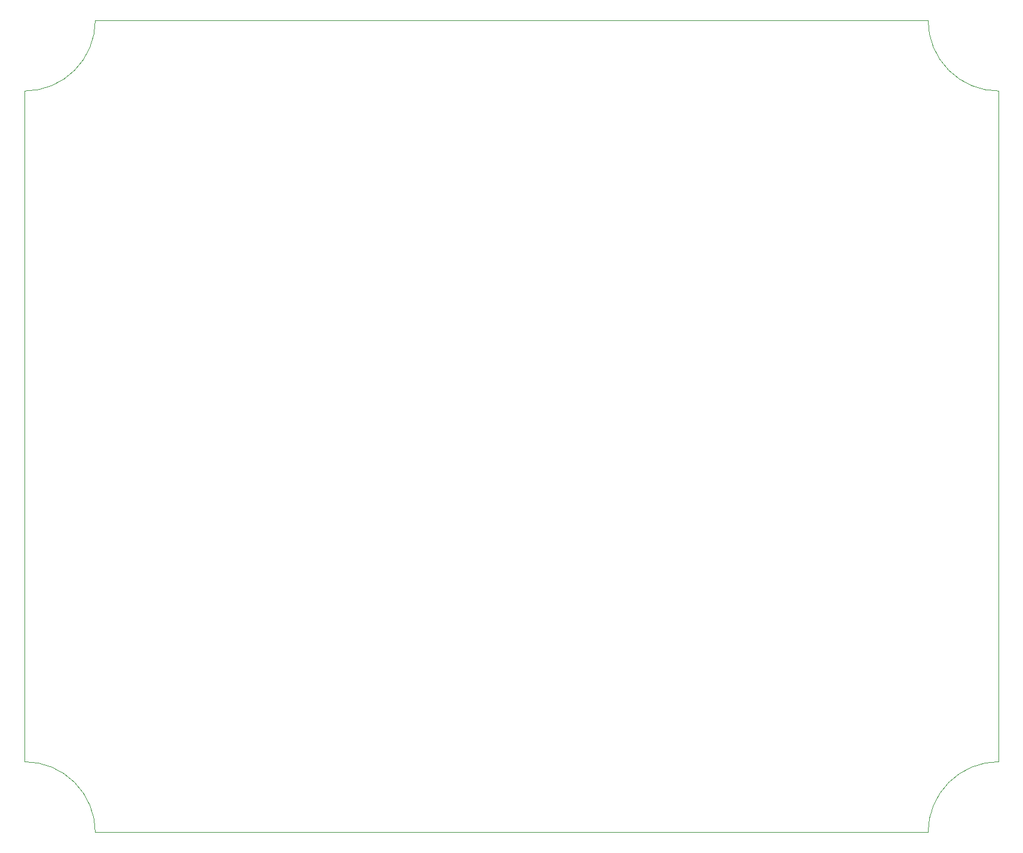
<source format=gbr>
%TF.GenerationSoftware,KiCad,Pcbnew,(6.0.1)*%
%TF.CreationDate,2022-07-13T15:29:40+01:00*%
%TF.ProjectId,polymod_proto_1,706f6c79-6d6f-4645-9f70-726f746f5f31,rev?*%
%TF.SameCoordinates,Original*%
%TF.FileFunction,Profile,NP*%
%FSLAX46Y46*%
G04 Gerber Fmt 4.6, Leading zero omitted, Abs format (unit mm)*
G04 Created by KiCad (PCBNEW (6.0.1)) date 2022-07-13 15:29:40*
%MOMM*%
%LPD*%
G01*
G04 APERTURE LIST*
%TA.AperFunction,Profile*%
%ADD10C,0.100000*%
%TD*%
G04 APERTURE END LIST*
D10*
X219000000Y-140000000D02*
G75*
G03*
X209000000Y-150000000I-1J-9999999D01*
G01*
X209000000Y-150000000D02*
X91000000Y-150000000D01*
X209000000Y-35000000D02*
G75*
G03*
X219000000Y-45000000I9999999J-1D01*
G01*
X219000000Y-45000000D02*
X219000000Y-140000000D01*
X91000000Y-35000000D02*
X209000000Y-35000000D01*
X91000000Y-150000000D02*
G75*
G03*
X81000000Y-140000000I-9999999J1D01*
G01*
X81000000Y-45000000D02*
G75*
G03*
X91000000Y-35000000I1J9999999D01*
G01*
X81000000Y-140000000D02*
X81000000Y-45000000D01*
M02*

</source>
